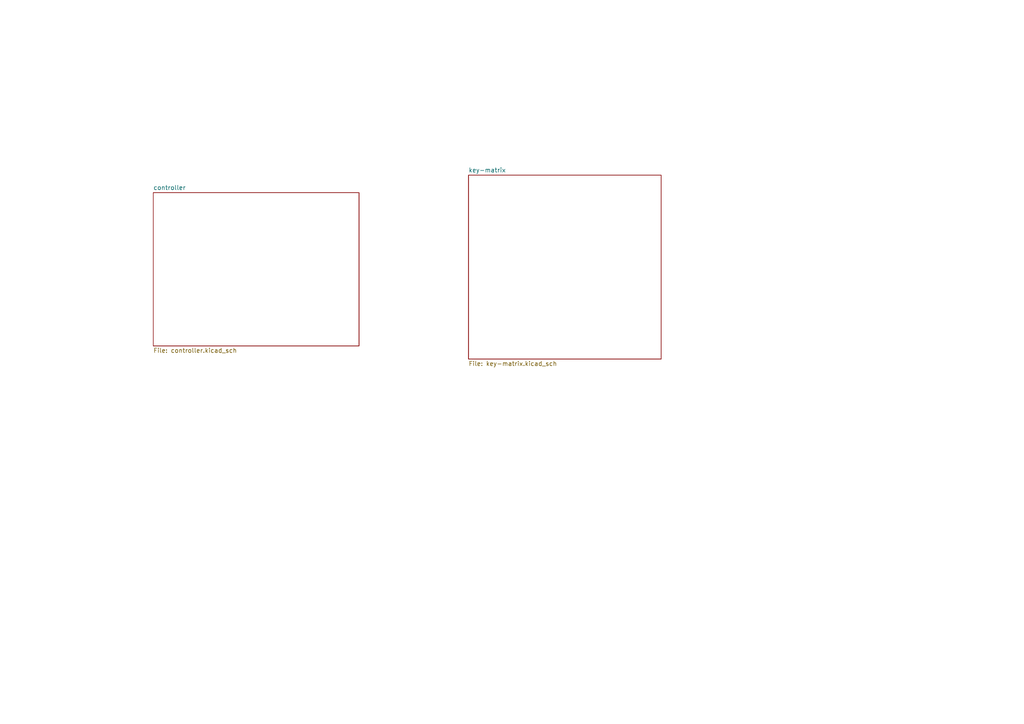
<source format=kicad_sch>
(kicad_sch (version 20230121) (generator eeschema)
  (paper "A4")
  (lib_symbols)
  (sheet (at 44.45 55.88) (size 59.69 44.45) (stroke (width 0.1524))
    (property "Sheetname" "controller" (at 44.45 55.1684 0) (effects (justify left bottom)))
    (property "Sheetfile" "controller.kicad_sch" (at 44.45 100.9146 0) (effects (justify left top)))
  )
  (sheet (at 135.89 50.8) (size 55.88 53.34) (stroke (width 0.1524))
    (property "Sheetname" "key-matrix" (at 135.89 50.0884 0) (effects (justify left bottom)))
    (property "Sheetfile" "key-matrix.kicad_sch" (at 135.89 104.7246 0) (effects (justify left top)))
  )
)
</source>
